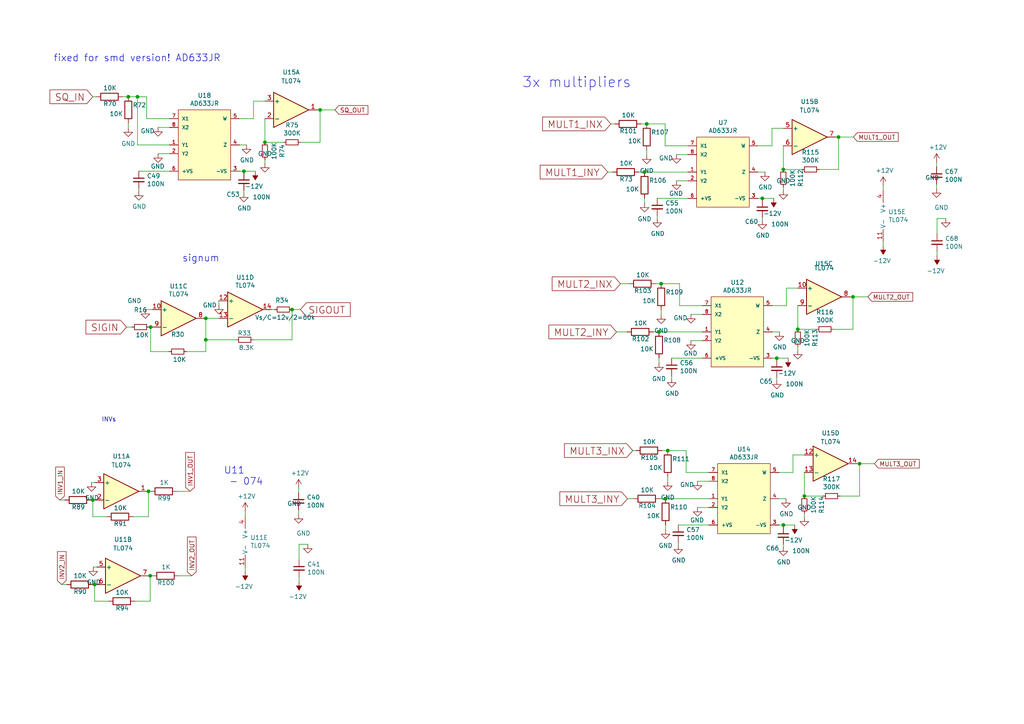
<source format=kicad_sch>
(kicad_sch (version 20211123) (generator eeschema)
  (paper "A4")
  (lib_symbols
    (symbol "Amplifier_Operational:TL074" (pin_names (offset 0.127))
      (property "Reference" "U" (at 0 5.08 0))
      (property "Value" "TL074" (at 0 -5.08 0))
      (symbol "TL074_1_1"
        (polyline (pts (xy -5.08 5.08) (xy 5.08 0) (xy -5.08 -5.08) (xy -5.08 5.08)) (stroke (width 0.254)) (fill (type background)))
        (pin output line (at 7.62 0 180) (length 2.54) (name "~") (number "1"))
        (pin input line (at -7.62 -2.54 0) (length 2.54) (name "-") (number "2"))
        (pin input line (at -7.62 2.54 0) (length 2.54) (name "+") (number "3"))
      )
      (symbol "TL074_2_1"
        (polyline (pts (xy -5.08 5.08) (xy 5.08 0) (xy -5.08 -5.08) (xy -5.08 5.08)) (stroke (width 0.254)) (fill (type background)))
        (pin input line (at -7.62 2.54 0) (length 2.54) (name "+") (number "5"))
        (pin input line (at -7.62 -2.54 0) (length 2.54) (name "-") (number "6"))
        (pin output line (at 7.62 0 180) (length 2.54) (name "~") (number "7"))
      )
      (symbol "TL074_3_1"
        (polyline (pts (xy -5.08 5.08) (xy 5.08 0) (xy -5.08 -5.08) (xy -5.08 5.08)) (stroke (width 0.254)) (fill (type background)))
        (pin input line (at -7.62 2.54 0) (length 2.54) (name "+") (number "10"))
        (pin output line (at 7.62 0 180) (length 2.54) (name "~") (number "8"))
        (pin input line (at -7.62 -2.54 0) (length 2.54) (name "-") (number "9"))
      )
      (symbol "TL074_4_1"
        (polyline (pts (xy -5.08 5.08) (xy 5.08 0) (xy -5.08 -5.08) (xy -5.08 5.08)) (stroke (width 0.254)) (fill (type background)))
        (pin input line (at -7.62 2.54 0) (length 2.54) (name "+") (number "12"))
        (pin input line (at -7.62 -2.54 0) (length 2.54) (name "-") (number "13"))
        (pin output line (at 7.62 0 180) (length 2.54) (name "~") (number "14"))
      )
      (symbol "TL074_5_1"
        (pin power_in line (at -2.54 -7.62 90) (length 3.81) (name "V-") (number "11"))
        (pin power_in line (at -2.54 7.62 270) (length 3.81) (name "V+") (number "4"))
      )
    )
    (symbol "Device:C_Small" (pin_numbers hide) (pin_names (offset 0.254) hide)
      (property "Reference" "C" (at 0.254 1.778 0))
      (property "Value" "C_Small" (at 0.254 -2.032 0))
      (symbol "C_Small_0_1"
        (polyline (pts (xy -1.524 -0.508) (xy 1.524 -0.508)) (stroke (width 0.3302)))
        (polyline (pts (xy -1.524 0.508) (xy 1.524 0.508)) (stroke (width 0.3048)))
      )
      (symbol "C_Small_1_1"
        (pin passive line (at 0 2.54 270) (length 2.032) (name "~") (number "1"))
        (pin passive line (at 0 -2.54 90) (length 2.032) (name "~") (number "2"))
      )
    )
    (symbol "Device:R" (pin_numbers hide) (pin_names (offset 0))
      (property "Reference" "R" (at 2.032 0 90))
      (property "Value" "R" (at 0 0 90))
      (symbol "R_0_1"
        (rectangle (start -1.016 -2.54) (end 1.016 2.54) (stroke (width 0.254)))
      )
      (symbol "R_1_1"
        (pin passive line (at 0 3.81 270) (length 1.27) (name "~") (number "1"))
        (pin passive line (at 0 -3.81 90) (length 1.27) (name "~") (number "2"))
      )
    )
    (symbol "Device:R_Small" (pin_numbers hide) (pin_names (offset 0.254) hide)
      (property "Reference" "R" (at 0.762 0.508 0))
      (property "Value" "R_Small" (at 0.762 -1.016 0))
      (symbol "R_Small_0_1"
        (rectangle (start -0.762 1.778) (end 0.762 -1.778) (stroke (width 0.2032)))
      )
      (symbol "R_Small_1_1"
        (pin passive line (at 0 2.54 270) (length 0.762) (name "~") (number "1"))
        (pin passive line (at 0 -2.54 90) (length 0.762) (name "~") (number "2"))
      )
    )
    (symbol "power:-12V" (power) (pin_names (offset 0))
      (property "Value" "-12V" (at 0 3.81 0))
      (symbol "-12V_0_0"
        (pin power_in line (at 0 0 90) (length 0) hide (name "-12V") (number "1"))
      )
      (symbol "-12V_0_1"
        (polyline (pts (xy 0 0) (xy 0 1.27) (xy 0.762 1.27) (xy 0 2.54) (xy -0.762 1.27) (xy 0 1.27)) (fill (type outline)))
      )
    )
    (symbol "power:GND" (power) (pin_names (offset 0))
      (property "Value" "GND" (at 0 -3.81 0))
      (symbol "GND_0_1"
        (polyline (pts (xy 0 0) (xy 0 -1.27) (xy 1.27 -1.27) (xy 0 -2.54) (xy -1.27 -1.27) (xy 0 -1.27)))
      )
      (symbol "GND_1_1"
        (pin power_in line (at 0 0 270) (length 0) hide (name "GND") (number "1"))
      )
    )
    (symbol "toad2-rescue:+12V-power-allcolours_analogue-rescue" (power) (pin_names (offset 0))
      (property "Value" "+12V-power-allcolours_analogue-rescue" (at 0 3.556 0))
      (symbol "+12V-power-allcolours_analogue-rescue_0_1"
        (polyline (pts (xy -0.762 1.27) (xy 0 2.54)))
        (polyline (pts (xy 0 0) (xy 0 2.54)))
        (polyline (pts (xy 0 2.54) (xy 0.762 1.27)))
      )
      (symbol "+12V-power-allcolours_analogue-rescue_1_1"
        (pin power_in line (at 0 0 90) (length 0) hide (name "+12V") (number "1"))
      )
    )
    (symbol "toad2-rescue:AD633JR-eec" (pin_names (offset 1.016))
      (property "Reference" "U" (at 0 5.08 0))
      (property "Value" "AD633JR-eec" (at 0 7.62 0))
      (symbol "AD633JR-eec_1_1"
        (rectangle (start 5.08 2.54) (end 20.32 -17.78) (fill (type background)))
        (pin passive line (at 2.54 -7.62 0) (length 2.54) (name "Y1") (number "1"))
        (pin passive line (at 2.54 -10.16 0) (length 2.54) (name "Y2") (number "2"))
        (pin passive line (at 22.86 -15.24 180) (length 2.54) (name "-VS") (number "3"))
        (pin passive line (at 22.86 -7.62 180) (length 2.54) (name "Z") (number "4"))
        (pin passive line (at 22.86 0 180) (length 2.54) (name "W") (number "5"))
        (pin passive line (at 2.54 -15.24 0) (length 2.54) (name "+VS") (number "6"))
        (pin passive line (at 2.54 0 0) (length 2.54) (name "X1") (number "7"))
        (pin passive line (at 2.54 -2.54 0) (length 2.54) (name "X2") (number "8"))
      )
    )
  )
  (junction (at 243.205 39.751))
  (junction (at 187.579 35.941))
  (junction (at 76.835 41.275))
  (junction (at 186.944 49.911))
  (junction (at 43.561 167.005))
  (junction (at 43.053 142.494))
  (junction (at 191.77 82.296))
  (junction (at 59.69 92.329))
  (junction (at 92.837 31.877))
  (junction (at 227.203 152.273))
  (junction (at 193.675 130.683))
  (junction (at 249.301 134.493))
  (junction (at 221.107 57.531))
  (junction (at 225.298 103.886))
  (junction (at 37.211 28.067))
  (junction (at 43.688 94.869))
  (junction (at 59.69 98.552))
  (junction (at 191.135 96.266))
  (junction (at 27.432 169.545))
  (junction (at 231.394 95.504))
  (junction (at 247.396 86.106))
  (junction (at 26.924 145.034))
  (junction (at 39.878 28.067))
  (junction (at 233.299 143.891))
  (junction (at 84.709 89.789))
  (junction (at 227.203 49.149))
  (junction (at 193.04 144.653))
  (junction (at 70.739 49.657))
  (wire (pts (xy 202.311 147.193) (xy 205.613 147.193)))
  (wire (pts (xy 26.924 145.034) (xy 27.559 145.034)))
  (wire (pts (xy 43.688 101.981) (xy 49.022 101.981)))
  (wire (pts (xy 191.389 144.653) (xy 193.04 144.653)))
  (wire (pts (xy 86.614 141.605) (xy 86.614 142.875)))
  (wire (pts (xy 59.69 98.552) (xy 59.69 101.981)))
  (wire (pts (xy 247.396 95.504) (xy 247.396 86.106)))
  (wire (pts (xy 225.298 109.474) (xy 225.298 110.236)))
  (wire (pts (xy 17.399 145.034) (xy 18.796 145.034)))
  (wire (pts (xy 271.78 63.373) (xy 274.32 63.373)))
  (wire (pts (xy 42.545 34.417) (xy 49.149 34.417)))
  (wire (pts (xy 27.432 174.371) (xy 31.496 174.371)))
  (wire (pts (xy 51.816 167.005) (xy 55.626 167.005)))
  (wire (pts (xy 177.165 35.941) (xy 178.308 35.941)))
  (wire (pts (xy 39.116 174.371) (xy 43.561 174.371)))
  (wire (pts (xy 248.539 134.493) (xy 249.301 134.493)))
  (wire (pts (xy 227.203 54.229) (xy 227.203 55.245)))
  (wire (pts (xy 43.307 94.869) (xy 43.688 94.869)))
  (wire (pts (xy 42.545 28.067) (xy 42.545 34.417)))
  (wire (pts (xy 43.688 94.869) (xy 44.196 94.869)))
  (wire (pts (xy 227.203 49.149) (xy 232.537 49.149)))
  (wire (pts (xy 51.308 142.494) (xy 55.118 142.494)))
  (wire (pts (xy 193.04 144.653) (xy 205.613 144.653)))
  (wire (pts (xy 196.723 157.353) (xy 196.723 158.115)))
  (wire (pts (xy 73.533 29.337) (xy 76.835 29.337)))
  (wire (pts (xy 225.298 103.886) (xy 228.6 103.886)))
  (wire (pts (xy 199.517 44.831) (xy 196.215 44.831)))
  (wire (pts (xy 45.847 44.577) (xy 49.149 44.577)))
  (wire (pts (xy 205.613 152.273) (xy 196.723 152.273)))
  (wire (pts (xy 223.901 37.211) (xy 227.203 37.211)))
  (wire (pts (xy 26.924 169.545) (xy 27.432 169.545)))
  (wire (pts (xy 63.5 87.249) (xy 63.5 88.519)))
  (wire (pts (xy 186.944 49.911) (xy 199.517 49.911)))
  (wire (pts (xy 189.484 96.266) (xy 191.135 96.266)))
  (wire (pts (xy 87.249 41.275) (xy 92.837 41.275)))
  (wire (pts (xy 43.561 167.005) (xy 44.196 167.005)))
  (wire (pts (xy 228.092 88.646) (xy 228.092 83.566)))
  (wire (pts (xy 186.944 57.531) (xy 186.944 58.928)))
  (wire (pts (xy 73.533 98.552) (xy 84.709 98.552)))
  (wire (pts (xy 233.299 148.971) (xy 233.299 149.987)))
  (wire (pts (xy 231.394 95.504) (xy 236.728 95.504)))
  (wire (pts (xy 86.741 167.386) (xy 86.741 168.656)))
  (wire (pts (xy 92.837 41.275) (xy 92.837 31.877)))
  (wire (pts (xy 38.227 94.869) (xy 36.703 94.869)))
  (wire (pts (xy 92.837 31.877) (xy 97.155 31.877)))
  (wire (pts (xy 199.009 137.033) (xy 205.613 137.033)))
  (wire (pts (xy 199.009 130.683) (xy 199.009 137.033)))
  (wire (pts (xy 194.818 108.966) (xy 194.818 109.728)))
  (wire (pts (xy 43.053 149.86) (xy 43.053 142.494)))
  (wire (pts (xy 176.276 49.911) (xy 177.673 49.911)))
  (wire (pts (xy 43.688 94.869) (xy 43.688 101.981)))
  (wire (pts (xy 271.78 67.818) (xy 271.78 63.373)))
  (wire (pts (xy 224.028 88.646) (xy 228.092 88.646)))
  (wire (pts (xy 84.709 89.789) (xy 87.122 89.789)))
  (wire (pts (xy 70.739 55.245) (xy 70.739 56.007)))
  (wire (pts (xy 205.613 139.573) (xy 202.311 139.573)))
  (wire (pts (xy 203.708 91.186) (xy 200.406 91.186)))
  (wire (pts (xy 190.627 62.611) (xy 190.627 63.373)))
  (wire (pts (xy 196.215 52.451) (xy 199.517 52.451)))
  (wire (pts (xy 225.933 137.033) (xy 229.997 137.033)))
  (wire (pts (xy 43.053 142.494) (xy 43.688 142.494)))
  (wire (pts (xy 197.104 88.646) (xy 203.708 88.646)))
  (wire (pts (xy 221.107 57.531) (xy 224.409 57.531)))
  (wire (pts (xy 192.913 35.941) (xy 192.913 42.291)))
  (wire (pts (xy 199.517 57.531) (xy 190.627 57.531)))
  (wire (pts (xy 39.878 42.037) (xy 49.149 42.037)))
  (wire (pts (xy 179.959 82.296) (xy 182.499 82.296)))
  (wire (pts (xy 76.835 46.355) (xy 76.835 47.371)))
  (wire (pts (xy 39.878 28.067) (xy 39.878 42.037)))
  (wire (pts (xy 243.205 39.751) (xy 247.523 39.751)))
  (wire (pts (xy 59.69 92.329) (xy 59.69 98.552)))
  (wire (pts (xy 185.293 49.911) (xy 186.944 49.911)))
  (wire (pts (xy 219.837 42.291) (xy 223.901 42.291)))
  (wire (pts (xy 246.634 86.106) (xy 247.396 86.106)))
  (wire (pts (xy 231.394 88.646) (xy 231.394 95.504)))
  (wire (pts (xy 43.307 167.005) (xy 43.561 167.005)))
  (wire (pts (xy 26.416 145.034) (xy 26.924 145.034)))
  (wire (pts (xy 76.835 34.417) (xy 76.835 41.275)))
  (wire (pts (xy 193.04 152.273) (xy 193.04 153.67)))
  (wire (pts (xy 247.396 86.106) (xy 251.714 86.106)))
  (wire (pts (xy 49.149 49.657) (xy 40.259 49.657)))
  (wire (pts (xy 243.713 143.891) (xy 249.301 143.891)))
  (wire (pts (xy 224.028 103.886) (xy 225.298 103.886)))
  (wire (pts (xy 27.432 169.545) (xy 27.432 174.371)))
  (wire (pts (xy 191.77 89.916) (xy 191.77 91.313)))
  (wire (pts (xy 17.907 169.545) (xy 19.304 169.545)))
  (wire (pts (xy 86.741 162.306) (xy 86.741 157.861)))
  (wire (pts (xy 59.69 98.552) (xy 68.453 98.552)))
  (wire (pts (xy 86.741 157.861) (xy 89.281 157.861)))
  (wire (pts (xy 39.878 28.067) (xy 42.545 28.067)))
  (wire (pts (xy 249.301 134.493) (xy 253.619 134.493)))
  (wire (pts (xy 241.808 95.504) (xy 247.396 95.504)))
  (wire (pts (xy 54.102 101.981) (xy 59.69 101.981)))
  (wire (pts (xy 225.933 152.273) (xy 227.203 152.273)))
  (wire (pts (xy 183.515 130.683) (xy 184.404 130.683)))
  (wire (pts (xy 86.614 147.955) (xy 86.614 149.225)))
  (wire (pts (xy 69.469 42.037) (xy 71.501 42.037)))
  (wire (pts (xy 203.708 103.886) (xy 194.818 103.886)))
  (wire (pts (xy 237.617 49.149) (xy 243.205 49.149)))
  (wire (pts (xy 227.203 157.861) (xy 227.203 158.623)))
  (wire (pts (xy 59.436 92.329) (xy 59.69 92.329)))
  (wire (pts (xy 92.075 31.877) (xy 92.837 31.877)))
  (wire (pts (xy 242.443 39.751) (xy 243.205 39.751)))
  (wire (pts (xy 40.259 54.737) (xy 40.259 55.499)))
  (wire (pts (xy 27.432 169.545) (xy 28.067 169.545)))
  (wire (pts (xy 256.159 53.848) (xy 256.159 54.991)))
  (wire (pts (xy 191.77 82.296) (xy 197.104 82.296)))
  (wire (pts (xy 71.12 164.719) (xy 71.12 165.735)))
  (wire (pts (xy 271.78 72.898) (xy 271.78 74.168)))
  (wire (pts (xy 193.675 138.303) (xy 193.675 139.7)))
  (wire (pts (xy 185.928 35.941) (xy 187.579 35.941)))
  (wire (pts (xy 256.159 70.231) (xy 256.159 71.247)))
  (wire (pts (xy 243.205 49.149) (xy 243.205 39.751)))
  (wire (pts (xy 233.299 143.891) (xy 238.633 143.891)))
  (wire (pts (xy 249.301 143.891) (xy 249.301 134.493)))
  (wire (pts (xy 26.924 149.86) (xy 30.988 149.86)))
  (wire (pts (xy 35.56 28.067) (xy 37.211 28.067)))
  (wire (pts (xy 69.469 49.657) (xy 70.739 49.657)))
  (wire (pts (xy 228.092 83.566) (xy 231.394 83.566)))
  (wire (pts (xy 26.924 145.034) (xy 26.924 149.86)))
  (wire (pts (xy 78.74 89.789) (xy 79.629 89.789)))
  (wire (pts (xy 70.739 49.657) (xy 70.739 50.165)))
  (wire (pts (xy 73.533 34.417) (xy 73.533 29.337)))
  (wire (pts (xy 200.406 98.806) (xy 203.708 98.806)))
  (wire (pts (xy 43.561 174.371) (xy 43.561 167.005)))
  (wire (pts (xy 178.816 96.266) (xy 181.864 96.266)))
  (wire (pts (xy 76.835 41.275) (xy 82.169 41.275)))
  (wire (pts (xy 71.12 148.336) (xy 71.12 149.479)))
  (wire (pts (xy 233.299 137.033) (xy 233.299 143.891)))
  (wire (pts (xy 193.675 130.683) (xy 199.009 130.683)))
  (wire (pts (xy 223.901 42.291) (xy 223.901 37.211)))
  (wire (pts (xy 227.203 152.273) (xy 230.505 152.273)))
  (wire (pts (xy 37.211 35.687) (xy 37.211 37.084)))
  (wire (pts (xy 187.579 43.561) (xy 187.579 44.958)))
  (wire (pts (xy 197.104 82.296) (xy 197.104 88.646)))
  (wire (pts (xy 42.799 142.494) (xy 43.053 142.494)))
  (wire (pts (xy 190.119 82.296) (xy 191.77 82.296)))
  (wire (pts (xy 224.028 96.266) (xy 226.06 96.266)))
  (wire (pts (xy 70.739 49.657) (xy 74.041 49.657)))
  (wire (pts (xy 192.913 42.291) (xy 199.517 42.291)))
  (wire (pts (xy 219.837 49.911) (xy 221.869 49.911)))
  (wire (pts (xy 69.469 34.417) (xy 73.533 34.417)))
  (wire (pts (xy 26.543 139.954) (xy 27.559 139.954)))
  (wire (pts (xy 229.997 137.033) (xy 229.997 131.953)))
  (wire (pts (xy 231.394 100.584) (xy 231.394 101.6)))
  (wire (pts (xy 84.709 98.552) (xy 84.709 89.789)))
  (wire (pts (xy 225.933 144.653) (xy 227.965 144.653)))
  (wire (pts (xy 221.107 63.119) (xy 221.107 63.881)))
  (wire (pts (xy 221.107 57.531) (xy 221.107 58.039)))
  (wire (pts (xy 49.149 36.957) (xy 45.847 36.957)))
  (wire (pts (xy 225.298 103.886) (xy 225.298 104.394)))
  (wire (pts (xy 27.051 164.465) (xy 28.067 164.465)))
  (wire (pts (xy 191.135 103.886) (xy 191.135 105.283)))
  (wire (pts (xy 59.69 92.329) (xy 63.5 92.329)))
  (wire (pts (xy 38.608 149.86) (xy 43.053 149.86)))
  (wire (pts (xy 219.837 57.531) (xy 221.107 57.531)))
  (wire (pts (xy 227.203 152.273) (xy 227.203 152.781)))
  (wire (pts (xy 227.203 42.291) (xy 227.203 49.149)))
  (wire (pts (xy 181.991 144.653) (xy 183.769 144.653)))
  (wire (pts (xy 271.653 53.467) (xy 271.653 54.737)))
  (wire (pts (xy 271.653 47.117) (xy 271.653 48.387)))
  (wire (pts (xy 42.164 89.789) (xy 44.196 89.789)))
  (wire (pts (xy 26.924 28.067) (xy 27.94 28.067)))
  (wire (pts (xy 192.024 130.683) (xy 193.675 130.683)))
  (wire (pts (xy 187.579 35.941) (xy 192.913 35.941)))
  (wire (pts (xy 229.997 131.953) (xy 233.299 131.953)))
  (wire (pts (xy 37.211 28.067) (xy 39.878 28.067)))
  (wire (pts (xy 191.135 96.266) (xy 203.708 96.266)))
  (text "U11\n - 074\n" (at 64.897 140.97 0) (effects (font (size 2.0066 2.0066)) (justify left bottom)))
  (text "" (at 179.578 45.466 0) (effects (font (size 1.27 1.27)) (justify left bottom)))
  (text "" (at 185.674 140.208 0) (effects (font (size 1.27 1.27)) (justify left bottom)))
  (text "" (at 29.21 37.592 0) (effects (font (size 1.27 1.27)) (justify left bottom)))
  (text "3x multipliers\n" (at 151.384 25.781 0) (effects (font (size 2.9972 2.9972)) (justify left bottom)))
  (text "" (at 185.039 154.178 0) (effects (font (size 1.27 1.27)) (justify left bottom)))
  (text "" (at 183.769 91.821 0) (effects (font (size 1.27 1.27)) (justify left bottom)))
  (text "" (at 183.134 105.791 0) (effects (font (size 1.27 1.27)) (justify left bottom)))
  (text "" (at 178.943 59.436 0) (effects (font (size 1.27 1.27)) (justify left bottom)))
  (text "INVs\n" (at 29.464 122.555 0) (effects (font (size 1.27 1.27)) (justify left bottom)))
  (text "fixed for smd version! AD633JR" (at 15.494 18.161 0) (effects (font (size 2.0066 2.0066)) (justify left bottom)))
  (text "signum		" (at 52.832 76.2 0) (effects (font (size 2 2)) (justify left bottom)))
  (global_label "MULT2_INX" (shape input) (at 179.959 82.296 180) (effects (font (size 2.0066 2.0066))) (property "Intersheet References" "${INTERSHEET_REFS}" (effects hide)))
  (global_label "INV1_IN" (shape input) (at 17.399 145.034 90) (property "Intersheet References" "${INTERSHEET_REFS}" (effects hide)))
  (global_label "MULT1_OUT" (shape input) (at 247.523 39.751 0) (property "Intersheet References" "${INTERSHEET_REFS}" (effects hide)))
  (global_label "SQ_IN" (shape input) (at 26.924 28.067 180) (effects (font (size 2.0066 2.0066))) (property "Intersheet References" "${INTERSHEET_REFS}" (effects hide)))
  (global_label "INV2_OUT" (shape input) (at 55.626 167.005 90) (property "Intersheet References" "${INTERSHEET_REFS}" (effects hide)))
  (global_label "MULT3_INX" (shape input) (at 183.515 130.683 180) (effects (font (size 2.0066 2.0066))) (property "Intersheet References" "${INTERSHEET_REFS}" (effects hide)))
  (global_label "MULT2_OUT" (shape input) (at 251.714 86.106 0) (property "Intersheet References" "${INTERSHEET_REFS}" (effects hide)))
  (global_label "SIGOUT" (shape input) (at 87.122 89.789 0) (effects (font (size 2.0066 2.0066))) (property "Intersheet References" "${INTERSHEET_REFS}" (effects hide)))
  (global_label "SQ_OUT" (shape input) (at 97.155 31.877 0) (property "Intersheet References" "${INTERSHEET_REFS}" (effects hide)))
  (global_label "MULT2_INY" (shape input) (at 178.816 96.266 180) (effects (font (size 2.0066 2.0066))) (property "Intersheet References" "${INTERSHEET_REFS}" (effects hide)))
  (global_label "INV1_OUT" (shape input) (at 55.118 142.494 90) (property "Intersheet References" "${INTERSHEET_REFS}" (effects hide)))
  (global_label "SIGIN" (shape input) (at 36.703 94.869 180) (effects (font (size 2.0066 2.0066))) (property "Intersheet References" "${INTERSHEET_REFS}" (effects hide)))
  (global_label "MULT1_INX" (shape input) (at 177.165 35.941 180) (effects (font (size 2.0066 2.0066))) (property "Intersheet References" "${INTERSHEET_REFS}" (effects hide)))
  (global_label "MULT3_OUT" (shape input) (at 253.619 134.493 0) (property "Intersheet References" "${INTERSHEET_REFS}" (effects hide)))
  (global_label "INV2_IN" (shape input) (at 17.907 169.545 90) (property "Intersheet References" "${INTERSHEET_REFS}" (effects hide)))
  (global_label "MULT3_INY" (shape input) (at 181.991 144.653 180) (effects (font (size 2.0066 2.0066))) (property "Intersheet References" "${INTERSHEET_REFS}" (effects hide)))
  (global_label "MULT1_INY" (shape input) (at 176.276 49.911 180) (effects (font (size 2.0066 2.0066))) (property "Intersheet References" "${INTERSHEET_REFS}" (effects hide)))
  (symbol (lib_id "power:-12V") (at 256.159 71.247 180) (unit 1)
    (property "Reference" "#PWR0176" (effects hide))
    (property "Value" "-12V" (at 255.778 75.6412 0))
  )
  (symbol (lib_id "Device:R_Small") (at 227.203 51.689 0) (unit 1)
    (property "Reference" "R112" (at 232.1814 51.689 90))
    (property "Value" "100K" (at 229.87 51.689 90))
    (property "Footprint" "Resistor_SMD:R_0805_2012Metric" (effects hide))
  )
  (symbol (lib_id "power:GND") (at 70.739 56.007 0) (unit 1)
    (property "Reference" "#PWR0117" (effects hide))
    (property "Value" "GND" (at 70.866 60.4012 0))
  )
  (symbol (lib_id "Device:R_Small") (at 233.299 146.431 0) (unit 1)
    (property "Reference" "R114" (at 238.2774 146.431 90))
    (property "Value" "100K" (at 235.966 146.431 90))
    (property "Footprint" "Resistor_SMD:R_0805_2012Metric" (effects hide))
  )
  (symbol (lib_id "Device:R") (at 187.579 144.653 90) (unit 1)
    (property "Reference" "R104" (at 187.706 146.685 90))
    (property "Value" "10K" (at 187.706 142.113 90))
    (property "Footprint" "Resistor_SMD:R_0805_2012Metric" (effects hide))
  )
  (symbol (lib_id "power:GND") (at 194.818 109.728 0) (unit 1)
    (property "Reference" "#PWR0140" (effects hide))
    (property "Value" "GND" (at 194.945 114.1222 0))
  )
  (symbol (lib_id "Device:R") (at 181.483 49.911 90) (unit 1)
    (property "Reference" "R73" (at 181.61 51.943 90))
    (property "Value" "10K" (at 181.61 47.371 90))
    (property "Footprint" "Resistor_SMD:R_0805_2012Metric" (effects hide))
  )
  (symbol (lib_id "power:GND") (at 202.311 147.193 0) (unit 1)
    (property "Reference" "#PWR0155" (effects hide))
    (property "Value" "GND" (at 202.184 150.876 0))
  )
  (symbol (lib_id "power:GND") (at 274.32 63.373 0) (unit 1)
    (property "Reference" "#PWR0180" (effects hide))
    (property "Value" "GND" (at 273.05 60.198 0))
  )
  (symbol (lib_id "Device:R") (at 185.674 96.266 90) (unit 1)
    (property "Reference" "R102" (at 185.801 98.298 90))
    (property "Value" "10K" (at 185.801 93.726 90))
    (property "Footprint" "Resistor_SMD:R_0805_2012Metric" (effects hide))
  )
  (symbol (lib_id "power:GND") (at 196.215 52.451 0) (unit 1)
    (property "Reference" "#PWR0146" (effects hide))
    (property "Value" "GND" (at 196.088 56.134 0))
  )
  (symbol (lib_id "power:GND") (at 231.394 101.6 0) (unit 1)
    (property "Reference" "#PWR0173" (effects hide))
    (property "Value" "GND" (at 231.394 98.806 0))
  )
  (symbol (lib_id "toad2-rescue:AD633JR-eec") (at 203.073 137.033 0) (unit 1)
    (property "Reference" "U14" (at 215.773 130.302 0))
    (property "Value" "AD633JR" (at 215.773 132.6134 0))
    (property "Footprint" "Package_SO:SOIC-8_3.9x4.9mm_P1.27mm" (effects hide))
    (property "Datasheet" "http://www.analog.com/media/en/technical-documentation/data-sheets/AD633.pdf" (effects hide))
    (property "Component Link 1 Description" "Manufacturer URL" (effects hide))
    (property "Component Link 1 URL" "http://www.analog.com/en/index.html" (effects hide))
    (property "Component Link 3 Description" "Package Specification" (effects hide))
    (property "Component Link 3 URL" "http://www.analog.com/static/imported-files/packages/PKG_PDF/PDIP(N)/N_8.pdf" (effects hide))
    (property "Datasheet Version" "Rev. K" (effects hide))
    (property "Mounting Technology" "Through Hole" (effects hide))
    (property "Number of Channels" "2" (effects hide))
    (property "Package Description" "8-Pin Plastic Dual In-Line Package, Body 9.59 x 6.6 mm, Pitch 2.54 mm" (effects hide))
    (property "Package Version" "07/2006" (effects hide))
    (property "Packing" "Tube" (effects hide))
    (property "Slew Rate" "20 V/us" (effects hide))
    (property "Supply Current Max" "6 mA" (effects hide))
    (property "Temperature Max" "70 degC" (effects hide))
    (property "Temperature Min" "0 degC" (effects hide))
    (property "category" "IC" (effects hide))
    (property "library id" "82579f909b82c26c" (effects hide))
    (property "manufacturer" "Analog Devices" (effects hide))
    (property "package" "MS-001" (effects hide))
    (property "vault revision" "D70804D2-C31E-4A78-88FF-EDD09AD4FF7C" (effects hide))
    (property "imported" "yes" (effects hide))
  )
  (symbol (lib_id "Device:R") (at 191.77 86.106 0) (unit 1)
    (property "Reference" "R109" (at 193.04 84.709 0) (effects (justify left)))
    (property "Value" "10K" (at 186.309 87.249 0) (effects (justify left)))
    (property "Footprint" "Resistor_SMD:R_0805_2012Metric" (effects hide))
  )
  (symbol (lib_id "Device:C_Small") (at 40.259 52.197 0) (unit 1)
    (property "Reference" "C49" (at 42.5958 51.0286 0) (effects (justify left)))
    (property "Value" "100N" (at 42.5958 53.34 0) (effects (justify left)))
    (property "Footprint" "Capacitor_SMD:C_0805_2012Metric" (effects hide))
  )
  (symbol (lib_id "power:GND") (at 191.77 91.313 0) (unit 1)
    (property "Reference" "#PWR0134" (effects hide))
    (property "Value" "GND" (at 191.77 95.885 0))
  )
  (symbol (lib_id "power:-12V") (at 86.741 168.656 180) (unit 1)
    (property "Reference" "#PWR067" (effects hide))
    (property "Value" "-12V" (at 86.36 173.0502 0))
  )
  (symbol (lib_id "Device:R") (at 187.579 39.751 0) (unit 1)
    (property "Reference" "R107" (at 188.849 38.354 0) (effects (justify left)))
    (property "Value" "10K" (at 182.118 40.894 0) (effects (justify left)))
    (property "Footprint" "Resistor_SMD:R_0805_2012Metric" (effects hide))
  )
  (symbol (lib_id "Device:R") (at 188.214 130.683 90) (unit 1)
    (property "Reference" "R105" (at 188.341 132.715 90))
    (property "Value" "10K" (at 188.341 128.143 90))
    (property "Footprint" "Resistor_SMD:R_0805_2012Metric" (effects hide))
  )
  (symbol (lib_id "Device:C_Small") (at 221.107 60.579 0) (unit 1)
    (property "Reference" "C60" (at 216.027 64.262 0) (effects (justify left)))
    (property "Value" "100N" (at 223.647 65.024 0) (effects (justify left)))
    (property "Footprint" "Capacitor_SMD:C_0805_2012Metric" (effects hide))
  )
  (symbol (lib_id "Device:R") (at 186.309 82.296 90) (unit 1)
    (property "Reference" "R103" (at 186.436 84.328 90))
    (property "Value" "10K" (at 186.436 79.756 90))
    (property "Footprint" "Resistor_SMD:R_0805_2012Metric" (effects hide))
  )
  (symbol (lib_id "Device:C_Small") (at 86.614 145.415 0) (unit 1)
    (property "Reference" "C40" (at 88.9508 144.2466 0) (effects (justify left)))
    (property "Value" "100N" (at 88.9508 146.558 0) (effects (justify left)))
    (property "Footprint" "Capacitor_SMD:C_0805_2012Metric" (effects hide))
  )
  (symbol (lib_id "toad2-rescue:AD633JR-eec") (at 201.168 88.646 0) (unit 1)
    (property "Reference" "U12" (at 213.868 81.915 0))
    (property "Value" "AD633JR" (at 213.868 84.2264 0))
    (property "Footprint" "Package_SO:SOIC-8_3.9x4.9mm_P1.27mm" (effects hide))
    (property "Datasheet" "http://www.analog.com/media/en/technical-documentation/data-sheets/AD633.pdf" (effects hide))
    (property "Component Link 1 Description" "Manufacturer URL" (effects hide))
    (property "Component Link 1 URL" "http://www.analog.com/en/index.html" (effects hide))
    (property "Component Link 3 Description" "Package Specification" (effects hide))
    (property "Component Link 3 URL" "http://www.analog.com/static/imported-files/packages/PKG_PDF/PDIP(N)/N_8.pdf" (effects hide))
    (property "Datasheet Version" "Rev. K" (effects hide))
    (property "Mounting Technology" "Through Hole" (effects hide))
    (property "Number of Channels" "2" (effects hide))
    (property "Package Description" "8-Pin Plastic Dual In-Line Package, Body 9.59 x 6.6 mm, Pitch 2.54 mm" (effects hide))
    (property "Package Version" "07/2006" (effects hide))
    (property "Packing" "Tube" (effects hide))
    (property "Slew Rate" "20 V/us" (effects hide))
    (property "Supply Current Max" "6 mA" (effects hide))
    (property "Temperature Max" "70 degC" (effects hide))
    (property "Temperature Min" "0 degC" (effects hide))
    (property "category" "IC" (effects hide))
    (property "library id" "82579f909b82c26c" (effects hide))
    (property "manufacturer" "Analog Devices" (effects hide))
    (property "package" "MS-001" (effects hide))
    (property "vault revision" "D70804D2-C31E-4A78-88FF-EDD09AD4FF7C" (effects hide))
    (property "imported" "yes" (effects hide))
  )
  (symbol (lib_id "Device:R") (at 37.211 31.877 0) (unit 1)
    (property "Reference" "R72" (at 38.481 30.48 0) (effects (justify left)))
    (property "Value" "10K" (at 31.75 33.02 0) (effects (justify left)))
    (property "Footprint" "Resistor_SMD:R_0805_2012Metric" (effects hide))
  )
  (symbol (lib_id "Device:R_Small") (at 241.173 143.891 90) (unit 1)
    (property "Reference" "R117" (at 241.173 138.9126 90))
    (property "Value" "300K" (at 241.173 141.224 90))
    (property "Footprint" "Resistor_SMD:R_0805_2012Metric" (effects hide))
  )
  (symbol (lib_id "Device:R") (at 186.944 53.721 0) (unit 1)
    (property "Reference" "R106" (at 188.214 52.324 0) (effects (justify left)))
    (property "Value" "10K" (at 181.483 54.864 0) (effects (justify left)))
    (property "Footprint" "Resistor_SMD:R_0805_2012Metric" (effects hide))
  )
  (symbol (lib_id "power:-12V") (at 71.12 165.735 180) (unit 1)
    (property "Reference" "#PWR064" (effects hide))
    (property "Value" "-12V" (at 70.739 170.1292 0))
  )
  (symbol (lib_id "power:GND") (at 63.5 88.519 0) (unit 1)
    (property "Reference" "#PWR061" (effects hide))
    (property "Value" "GND" (at 60.833 88.519 0))
  )
  (symbol (lib_id "power:GND") (at 221.107 63.881 0) (unit 1)
    (property "Reference" "#PWR0163" (effects hide))
    (property "Value" "GND" (at 221.234 68.2752 0))
  )
  (symbol (lib_id "toad2-rescue:+12V-power-allcolours_analogue-rescue") (at 86.614 141.605 0) (unit 1)
    (property "Reference" "#PWR065" (effects hide))
    (property "Value" "+12V-power" (at 86.995 137.2108 0))
  )
  (symbol (lib_id "power:GND") (at 27.051 164.465 0) (unit 1)
    (property "Reference" "#PWR074" (effects hide))
    (property "Value" "GND" (at 27.178 168.8592 0))
  )
  (symbol (lib_id "Amplifier_Operational:TL074") (at 84.455 31.877 0) (unit 1)
    (property "Reference" "U15" (at 84.455 20.955 0))
    (property "Value" "TL074" (at 84.455 23.495 0))
    (property "Footprint" "Package_SO:SOIC-14_3.9x8.7mm_P1.27mm" (effects hide))
    (property "Datasheet" "http://www.ti.com/lit/ds/symlink/tl071.pdf" (effects hide))
  )
  (symbol (lib_id "power:GND") (at 271.653 54.737 0) (unit 1)
    (property "Reference" "#PWR0178" (effects hide))
    (property "Value" "GND" (at 270.383 51.562 0))
  )
  (symbol (lib_id "Device:R_Small") (at 40.767 94.869 270) (unit 1)
    (property "Reference" "R16" (at 40.767 89.8906 90))
    (property "Value" "10K" (at 41.275 97.155 90))
    (property "Footprint" "Resistor_SMD:R_0805_2012Metric" (effects hide))
  )
  (symbol (lib_id "Device:C_Small") (at 225.298 106.934 0) (unit 1)
    (property "Reference" "C65" (at 220.218 110.617 0) (effects (justify left)))
    (property "Value" "100N" (at 227.838 111.379 0) (effects (justify left)))
    (property "Footprint" "Capacitor_SMD:C_0805_2012Metric" (effects hide))
  )
  (symbol (lib_id "Device:R") (at 47.498 142.494 90) (unit 1)
    (property "Reference" "R99" (at 47.625 144.526 90))
    (property "Value" "1K" (at 47.625 139.954 90))
    (property "Footprint" "Resistor_SMD:R_0805_2012Metric" (effects hide))
  )
  (symbol (lib_id "power:GND") (at 26.543 139.954 0) (unit 1)
    (property "Reference" "#PWR073" (effects hide))
    (property "Value" "GND" (at 26.67 144.3482 0))
  )
  (symbol (lib_id "Device:R") (at 22.606 145.034 90) (unit 1)
    (property "Reference" "R89" (at 22.733 147.066 90))
    (property "Value" "10K" (at 22.733 142.494 90))
    (property "Footprint" "Resistor_SMD:R_0805_2012Metric" (effects hide))
  )
  (symbol (lib_id "toad2-rescue:+12V-power-allcolours_analogue-rescue") (at 271.653 47.117 0) (unit 1)
    (property "Reference" "#PWR0177" (effects hide))
    (property "Value" "+12V-power" (at 272.034 42.7228 0))
  )
  (symbol (lib_id "power:GND") (at 225.298 110.236 0) (unit 1)
    (property "Reference" "#PWR0164" (effects hide))
    (property "Value" "GND" (at 225.425 114.6302 0))
  )
  (symbol (lib_id "power:GND") (at 193.04 153.67 0) (unit 1)
    (property "Reference" "#PWR0135" (effects hide))
    (property "Value" "GND" (at 193.04 158.242 0))
  )
  (symbol (lib_id "power:GND") (at 226.06 96.266 0) (unit 1)
    (property "Reference" "#PWR0166" (effects hide))
    (property "Value" "GND" (at 226.187 100.6602 0))
  )
  (symbol (lib_id "Device:C_Small") (at 70.739 52.705 0) (unit 1)
    (property "Reference" "C53" (at 65.659 56.388 0) (effects (justify left)))
    (property "Value" "100N" (at 73.279 57.15 0) (effects (justify left)))
    (property "Footprint" "Capacitor_SMD:C_0805_2012Metric" (effects hide))
  )
  (symbol (lib_id "toad2-rescue:AD633JR-eec") (at 196.977 42.291 0) (unit 1)
    (property "Reference" "U7" (at 209.677 35.56 0))
    (property "Value" "AD633JR" (at 209.677 37.8714 0))
    (property "Footprint" "Package_SO:SOIC-8_3.9x4.9mm_P1.27mm" (effects hide))
    (property "Datasheet" "http://www.analog.com/media/en/technical-documentation/data-sheets/AD633.pdf" (effects hide))
    (property "Component Link 1 Description" "Manufacturer URL" (effects hide))
    (property "Component Link 1 URL" "http://www.analog.com/en/index.html" (effects hide))
    (property "Component Link 3 Description" "Package Specification" (effects hide))
    (property "Component Link 3 URL" "http://www.analog.com/static/imported-files/packages/PKG_PDF/PDIP(N)/N_8.pdf" (effects hide))
    (property "Datasheet Version" "Rev. K" (effects hide))
    (property "Mounting Technology" "Through Hole" (effects hide))
    (property "Number of Channels" "2" (effects hide))
    (property "Package Description" "8-Pin Plastic Dual In-Line Package, Body 9.59 x 6.6 mm, Pitch 2.54 mm" (effects hide))
    (property "Package Version" "07/2006" (effects hide))
    (property "Packing" "Tube" (effects hide))
    (property "Slew Rate" "20 V/us" (effects hide))
    (property "Supply Current Max" "6 mA" (effects hide))
    (property "Temperature Max" "70 degC" (effects hide))
    (property "Temperature Min" "0 degC" (effects hide))
    (property "category" "IC" (effects hide))
    (property "library id" "82579f909b82c26c" (effects hide))
    (property "manufacturer" "Analog Devices" (effects hide))
    (property "package" "MS-001" (effects hide))
    (property "vault revision" "D70804D2-C31E-4A78-88FF-EDD09AD4FF7C" (effects hide))
    (property "imported" "yes" (effects hide))
  )
  (symbol (lib_id "Device:C_Small") (at 227.203 155.321 0) (unit 1)
    (property "Reference" "C66" (at 222.123 159.004 0) (effects (justify left)))
    (property "Value" "100N" (at 229.743 159.766 0) (effects (justify left)))
    (property "Footprint" "Capacitor_SMD:C_0805_2012Metric" (effects hide))
  )
  (symbol (lib_id "Device:R_Small") (at 82.169 89.789 270) (unit 1)
    (property "Reference" "R34" (at 81.788 87.122 90))
    (property "Value" "Vs/C=12v/2=60k" (at 82.677 92.075 90))
    (property "Footprint" "Resistor_SMD:R_0805_2012Metric" (effects hide))
  )
  (symbol (lib_id "power:GND") (at 190.627 63.373 0) (unit 1)
    (property "Reference" "#PWR0137" (effects hide))
    (property "Value" "GND" (at 190.754 67.7672 0))
  )
  (symbol (lib_id "power:GND") (at 40.259 55.499 0) (unit 1)
    (property "Reference" "#PWR0105" (effects hide))
    (property "Value" "GND" (at 40.386 59.8932 0))
  )
  (symbol (lib_id "power:GND") (at 193.675 139.7 0) (unit 1)
    (property "Reference" "#PWR0136" (effects hide))
    (property "Value" "GND" (at 193.675 144.272 0))
  )
  (symbol (lib_id "Device:R") (at 23.114 169.545 90) (unit 1)
    (property "Reference" "R90" (at 23.241 171.577 90))
    (property "Value" "10K" (at 23.241 167.005 90))
    (property "Footprint" "Resistor_SMD:R_0805_2012Metric" (effects hide))
  )
  (symbol (lib_id "power:GND") (at 89.281 157.861 0) (unit 1)
    (property "Reference" "#PWR068" (effects hide))
    (property "Value" "GND" (at 88.011 154.686 0))
  )
  (symbol (lib_id "Device:R_Small") (at 231.394 98.044 0) (unit 1)
    (property "Reference" "R113" (at 236.3724 98.044 90))
    (property "Value" "100K" (at 234.061 98.044 90))
    (property "Footprint" "Resistor_SMD:R_0805_2012Metric" (effects hide))
  )
  (symbol (lib_id "power:GND") (at 202.311 139.573 0) (unit 1)
    (property "Reference" "#PWR0151" (effects hide))
    (property "Value" "GND" (at 199.263 140.589 0))
  )
  (symbol (lib_id "power:GND") (at 76.835 47.371 0) (unit 1)
    (property "Reference" "#PWR0120" (effects hide))
    (property "Value" "GND" (at 76.835 44.577 0))
  )
  (symbol (lib_id "Device:R") (at 191.135 100.076 0) (unit 1)
    (property "Reference" "R108" (at 192.405 98.679 0) (effects (justify left)))
    (property "Value" "10K" (at 185.674 101.219 0) (effects (justify left)))
    (property "Footprint" "Resistor_SMD:R_0805_2012Metric" (effects hide))
  )
  (symbol (lib_id "Device:R_Small") (at 235.077 49.149 90) (unit 1)
    (property "Reference" "R115" (at 235.077 44.1706 90))
    (property "Value" "300K" (at 235.077 46.482 90))
    (property "Footprint" "Resistor_SMD:R_0805_2012Metric" (effects hide))
  )
  (symbol (lib_id "Device:C_Small") (at 271.78 70.358 0) (unit 1)
    (property "Reference" "C68" (at 274.1168 69.1896 0) (effects (justify left)))
    (property "Value" "100N" (at 274.1168 71.501 0) (effects (justify left)))
    (property "Footprint" "Capacitor_SMD:C_0805_2012Metric" (effects hide))
  )
  (symbol (lib_id "power:GND") (at 191.135 105.283 0) (unit 1)
    (property "Reference" "#PWR0131" (effects hide))
    (property "Value" "GND" (at 191.135 109.855 0))
  )
  (symbol (lib_id "power:GND") (at 187.579 44.958 0) (unit 1)
    (property "Reference" "#PWR0130" (effects hide))
    (property "Value" "GND" (at 187.579 49.53 0))
  )
  (symbol (lib_id "power:-12V") (at 74.041 49.657 180) (unit 1)
    (property "Reference" "#PWR0119" (effects hide))
    (property "Value" "-12V" (at 73.66 54.0512 0))
  )
  (symbol (lib_id "power:-12V") (at 224.409 57.531 180) (unit 1)
    (property "Reference" "#PWR0169" (effects hide))
    (property "Value" "-12V" (at 224.028 61.9252 0))
  )
  (symbol (lib_id "Device:R_Small") (at 76.835 43.815 0) (unit 1)
    (property "Reference" "R74" (at 81.8134 43.815 90))
    (property "Value" "100K" (at 79.502 43.815 90))
    (property "Footprint" "Resistor_SMD:R_0805_2012Metric" (effects hide))
  )
  (symbol (lib_id "Device:R") (at 193.04 148.463 0) (unit 1)
    (property "Reference" "R110" (at 194.31 147.066 0) (effects (justify left)))
    (property "Value" "10K" (at 187.579 149.606 0) (effects (justify left)))
    (property "Footprint" "Resistor_SMD:R_0805_2012Metric" (effects hide))
  )
  (symbol (lib_id "power:-12V") (at 271.78 74.168 180) (unit 1)
    (property "Reference" "#PWR0179" (effects hide))
    (property "Value" "-12V" (at 271.399 78.5622 0))
  )
  (symbol (lib_id "Device:R_Small") (at 239.268 95.504 90) (unit 1)
    (property "Reference" "R116" (at 239.268 90.5256 90))
    (property "Value" "300K" (at 239.268 92.837 90))
    (property "Footprint" "Resistor_SMD:R_0805_2012Metric" (effects hide))
  )
  (symbol (lib_id "Amplifier_Operational:TL074") (at 35.179 142.494 0) (unit 1)
    (property "Reference" "U11" (at 35.179 132.334 0))
    (property "Value" "TL074" (at 35.179 134.874 0))
    (property "Footprint" "Package_SO:SOIC-14_3.9x8.7mm_P1.27mm" (effects hide))
    (property "Datasheet" "http://www.ti.com/lit/ds/symlink/tl071.pdf" (effects hide))
  )
  (symbol (lib_id "Device:R") (at 182.118 35.941 90) (unit 1)
    (property "Reference" "R101" (at 182.245 37.973 90))
    (property "Value" "10K" (at 182.245 33.401 90))
    (property "Footprint" "Resistor_SMD:R_0805_2012Metric" (effects hide))
  )
  (symbol (lib_id "power:GND") (at 227.203 55.245 0) (unit 1)
    (property "Reference" "#PWR0172" (effects hide))
    (property "Value" "GND" (at 227.203 52.451 0))
  )
  (symbol (lib_id "power:GND") (at 37.211 37.084 0) (unit 1)
    (property "Reference" "#PWR0104" (effects hide))
    (property "Value" "GND" (at 37.211 41.656 0))
  )
  (symbol (lib_id "Amplifier_Operational:TL074") (at 234.823 39.751 0) (unit 2)
    (property "Reference" "U15" (at 234.823 29.464 0))
    (property "Value" "TL074" (at 234.823 32.004 0))
    (property "Footprint" "Package_SO:SOIC-14_3.9x8.7mm_P1.27mm" (effects hide))
    (property "Datasheet" "http://www.ti.com/lit/ds/symlink/tl071.pdf" (effects hide))
  )
  (symbol (lib_id "Device:R_Small") (at 51.562 101.981 270) (unit 1)
    (property "Reference" "R30" (at 51.562 97.0026 90))
    (property "Value" "10K" (at 52.07 104.267 90))
    (property "Footprint" "Resistor_SMD:R_0805_2012Metric" (effects hide))
  )
  (symbol (lib_id "power:-12V") (at 228.6 103.886 180) (unit 1)
    (property "Reference" "#PWR0170" (effects hide))
    (property "Value" "-12V" (at 228.219 108.2802 0))
  )
  (symbol (lib_id "Amplifier_Operational:TL074") (at 71.12 89.789 0) (unit 4)
    (property "Reference" "U11" (at 71.12 80.4672 0))
    (property "Value" "TL074" (at 71.12 82.7786 0))
    (property "Footprint" "Package_SO:SOIC-14_3.9x8.7mm_P1.27mm" (effects hide))
    (property "Datasheet" "http://www.ti.com/lit/ds/symlink/tl071.pdf" (effects hide))
  )
  (symbol (lib_id "Amplifier_Operational:TL074") (at 258.699 62.611 0) (unit 5)
    (property "Reference" "U15" (at 257.6322 61.4426 0) (effects (justify left)))
    (property "Value" "TL074" (at 257.6322 63.754 0) (effects (justify left)))
    (property "Footprint" "Package_SO:SOIC-14_3.9x8.7mm_P1.27mm" (effects hide))
    (property "Datasheet" "http://www.ti.com/lit/ds/symlink/tl071.pdf" (effects hide))
  )
  (symbol (lib_id "Amplifier_Operational:TL074") (at 51.816 92.329 0) (unit 3)
    (property "Reference" "U11" (at 51.816 83.0072 0))
    (property "Value" "TL074" (at 51.816 85.3186 0))
    (property "Footprint" "Package_SO:SOIC-14_3.9x8.7mm_P1.27mm" (effects hide))
    (property "Datasheet" "http://www.ti.com/lit/ds/symlink/tl071.pdf" (effects hide))
  )
  (symbol (lib_id "power:GND") (at 233.299 149.987 0) (unit 1)
    (property "Reference" "#PWR0174" (effects hide))
    (property "Value" "GND" (at 233.299 147.193 0))
  )
  (symbol (lib_id "power:GND") (at 71.501 42.037 0) (unit 1)
    (property "Reference" "#PWR0118" (effects hide))
    (property "Value" "GND" (at 71.628 46.4312 0))
  )
  (symbol (lib_id "power:GND") (at 196.215 44.831 0) (unit 1)
    (property "Reference" "#PWR0144" (effects hide))
    (property "Value" "GND" (at 193.167 45.847 0))
  )
  (symbol (lib_id "power:GND") (at 227.965 144.653 0) (unit 1)
    (property "Reference" "#PWR0168" (effects hide))
    (property "Value" "GND" (at 228.092 149.0472 0))
  )
  (symbol (lib_id "Device:R") (at 31.75 28.067 90) (unit 1)
    (property "Reference" "R70" (at 31.877 30.099 90))
    (property "Value" "10K" (at 31.877 25.527 90))
    (property "Footprint" "Resistor_SMD:R_0805_2012Metric" (effects hide))
  )
  (symbol (lib_id "Amplifier_Operational:TL074") (at 239.014 86.106 0) (unit 3)
    (property "Reference" "U15" (at 239.014 76.454 0))
    (property "Value" "TL074" (at 239.014 77.724 0))
    (property "Footprint" "Package_SO:SOIC-14_3.9x8.7mm_P1.27mm" (effects hide))
    (property "Datasheet" "http://www.ti.com/lit/ds/symlink/tl071.pdf" (effects hide))
  )
  (symbol (lib_id "power:-12V") (at 230.505 152.273 180) (unit 1)
    (property "Reference" "#PWR0171" (effects hide))
    (property "Value" "-12V" (at 230.124 156.6672 0))
  )
  (symbol (lib_id "power:GND") (at 221.869 49.911 0) (unit 1)
    (property "Reference" "#PWR0165" (effects hide))
    (property "Value" "GND" (at 221.996 54.3052 0))
  )
  (symbol (lib_id "Device:C_Small") (at 196.723 154.813 0) (unit 1)
    (property "Reference" "C57" (at 199.0598 153.6446 0) (effects (justify left)))
    (property "Value" "100N" (at 199.0598 155.956 0) (effects (justify left)))
    (property "Footprint" "Capacitor_SMD:C_0805_2012Metric" (effects hide))
  )
  (symbol (lib_id "Amplifier_Operational:TL074") (at 240.919 134.493 0) (unit 4)
    (property "Reference" "U15" (at 240.919 125.603 0))
    (property "Value" "TL074" (at 240.919 128.143 0))
    (property "Footprint" "Package_SO:SOIC-14_3.9x8.7mm_P1.27mm" (effects hide))
    (property "Datasheet" "http://www.ti.com/lit/ds/symlink/tl071.pdf" (effects hide))
  )
  (symbol (lib_id "power:GND") (at 45.847 36.957 0) (unit 1)
    (property "Reference" "#PWR0106" (effects hide))
    (property "Value" "GND" (at 42.799 37.973 0))
  )
  (symbol (lib_id "Device:C_Small") (at 86.741 164.846 0) (unit 1)
    (property "Reference" "C41" (at 89.0778 163.6776 0) (effects (justify left)))
    (property "Value" "100N" (at 89.0778 165.989 0) (effects (justify left)))
    (property "Footprint" "Capacitor_SMD:C_0805_2012Metric" (effects hide))
  )
  (symbol (lib_id "Device:R") (at 193.675 134.493 0) (unit 1)
    (property "Reference" "R111" (at 194.945 133.096 0) (effects (justify left)))
    (property "Value" "10K" (at 188.214 135.636 0) (effects (justify left)))
    (property "Footprint" "Resistor_SMD:R_0805_2012Metric" (effects hide))
  )
  (symbol (lib_id "toad2-rescue:AD633JR-eec") (at 46.609 34.417 0) (unit 1)
    (property "Reference" "U18" (at 59.309 27.686 0))
    (property "Value" "AD633JR" (at 59.309 29.9974 0))
    (property "Footprint" "Package_SO:SOIC-8_3.9x4.9mm_P1.27mm" (effects hide))
    (property "Datasheet" "http://www.analog.com/media/en/technical-documentation/data-sheets/AD633.pdf" (effects hide))
    (property "Component Link 1 Description" "Manufacturer URL" (effects hide))
    (property "Component Link 1 URL" "http://www.analog.com/en/index.html" (effects hide))
    (property "Component Link 3 Description" "Package Specification" (effects hide))
    (property "Component Link 3 URL" "http://www.analog.com/static/imported-files/packages/PKG_PDF/PDIP(N)/N_8.pdf" (effects hide))
    (property "Datasheet Version" "Rev. K" (effects hide))
    (property "Mounting Technology" "Through Hole" (effects hide))
    (property "Number of Channels" "2" (effects hide))
    (property "Package Description" "8-Pin Plastic Dual In-Line Package, Body 9.59 x 6.6 mm, Pitch 2.54 mm" (effects hide))
    (property "Package Version" "07/2006" (effects hide))
    (property "Packing" "Tube" (effects hide))
    (property "Slew Rate" "20 V/us" (effects hide))
    (property "Supply Current Max" "6 mA" (effects hide))
    (property "Temperature Max" "70 degC" (effects hide))
    (property "Temperature Min" "0 degC" (effects hide))
    (property "category" "IC" (effects hide))
    (property "library id" "82579f909b82c26c" (effects hide))
    (property "manufacturer" "Analog Devices" (effects hide))
    (property "package" "MS-001" (effects hide))
    (property "vault revision" "D70804D2-C31E-4A78-88FF-EDD09AD4FF7C" (effects hide))
    (property "imported" "yes" (effects hide))
  )
  (symbol (lib_id "power:GND") (at 196.723 158.115 0) (unit 1)
    (property "Reference" "#PWR0143" (effects hide))
    (property "Value" "GND" (at 196.85 162.5092 0))
  )
  (symbol (lib_id "power:GND") (at 200.406 98.806 0) (unit 1)
    (property "Reference" "#PWR0150" (effects hide))
    (property "Value" "GND" (at 200.279 102.489 0))
  )
  (symbol (lib_id "Device:C_Small") (at 271.653 50.927 0) (unit 1)
    (property "Reference" "C67" (at 273.9898 49.7586 0) (effects (justify left)))
    (property "Value" "100N" (at 273.9898 52.07 0) (effects (justify left)))
    (property "Footprint" "Capacitor_SMD:C_0805_2012Metric" (effects hide))
  )
  (symbol (lib_id "Amplifier_Operational:TL074") (at 35.687 167.005 0) (unit 2)
    (property "Reference" "U11" (at 35.687 156.464 0))
    (property "Value" "TL074" (at 35.687 159.004 0))
    (property "Footprint" "Package_SO:SOIC-14_3.9x8.7mm_P1.27mm" (effects hide))
    (property "Datasheet" "http://www.ti.com/lit/ds/symlink/tl071.pdf" (effects hide))
  )
  (symbol (lib_id "Device:R") (at 34.798 149.86 90) (unit 1)
    (property "Reference" "R91" (at 34.925 151.892 90))
    (property "Value" "10K" (at 34.925 147.32 90))
    (property "Footprint" "Resistor_SMD:R_0805_2012Metric" (effects hide))
  )
  (symbol (lib_id "power:GND") (at 200.406 91.186 0) (unit 1)
    (property "Reference" "#PWR0149" (effects hide))
    (property "Value" "GND" (at 197.358 92.202 0))
  )
  (symbol (lib_id "Device:C_Small") (at 194.818 106.426 0) (unit 1)
    (property "Reference" "C56" (at 197.1548 105.2576 0) (effects (justify left)))
    (property "Value" "100N" (at 197.1548 107.569 0) (effects (justify left)))
    (property "Footprint" "Capacitor_SMD:C_0805_2012Metric" (effects hide))
  )
  (symbol (lib_id "power:GND") (at 86.614 149.225 0) (unit 1)
    (property "Reference" "#PWR066" (effects hide))
    (property "Value" "GND" (at 85.344 146.05 0))
  )
  (symbol (lib_id "power:GND") (at 227.203 158.623 0) (unit 1)
    (property "Reference" "#PWR0167" (effects hide))
    (property "Value" "GND" (at 227.33 163.0172 0))
  )
  (symbol (lib_id "power:GND") (at 45.847 44.577 0) (unit 1)
    (property "Reference" "#PWR0109" (effects hide))
    (property "Value" "GND" (at 45.72 48.26 0))
  )
  (symbol (lib_id "power:GND") (at 42.164 89.789 0) (unit 1)
    (property "Reference" "#PWR034" (effects hide))
    (property "Value" "GND" (at 38.989 87.249 0))
  )
  (symbol (lib_id "power:GND") (at 186.944 58.928 0) (unit 1)
    (property "Reference" "#PWR0129" (effects hide))
    (property "Value" "GND" (at 186.944 63.5 0))
  )
  (symbol (lib_id "toad2-rescue:+12V-power-allcolours_analogue-rescue") (at 256.159 53.848 0) (unit 1)
    (property "Reference" "#PWR0175" (effects hide))
    (property "Value" "+12V-power" (at 256.54 49.4538 0))
  )
  (symbol (lib_id "Device:R_Small") (at 84.709 41.275 90) (unit 1)
    (property "Reference" "R75" (at 84.709 36.2966 90))
    (property "Value" "300K" (at 84.709 38.608 90))
    (property "Footprint" "Resistor_SMD:R_0805_2012Metric" (effects hide))
  )
  (symbol (lib_id "Device:C_Small") (at 190.627 60.071 0) (unit 1)
    (property "Reference" "C55" (at 192.9638 58.9026 0) (effects (justify left)))
    (property "Value" "100N" (at 192.9638 61.214 0) (effects (justify left)))
    (property "Footprint" "Capacitor_SMD:C_0805_2012Metric" (effects hide))
  )
  (symbol (lib_id "toad2-rescue:+12V-power-allcolours_analogue-rescue") (at 71.12 148.336 0) (unit 1)
    (property "Reference" "#PWR063" (effects hide))
    (property "Value" "+12V-power" (at 71.501 143.9418 0))
  )
  (symbol (lib_id "Device:R") (at 35.306 174.371 90) (unit 1)
    (property "Reference" "R94" (at 35.433 176.403 90))
    (property "Value" "10K" (at 35.433 171.831 90))
    (property "Footprint" "Resistor_SMD:R_0805_2012Metric" (effects hide))
  )
  (symbol (lib_id "Device:R_Small") (at 70.993 98.552 270) (unit 1)
    (property "Reference" "R33" (at 70.866 96.647 90))
    (property "Value" "8.3K" (at 71.501 100.838 90))
    (property "Footprint" "Resistor_SMD:R_0805_2012Metric" (effects hide))
  )
  (symbol (lib_id "Device:R") (at 48.006 167.005 90) (unit 1)
    (property "Reference" "R100" (at 48.133 169.037 90))
    (property "Value" "1K" (at 48.133 164.465 90))
    (property "Footprint" "Resistor_SMD:R_0805_2012Metric" (effects hide))
  )
  (symbol (lib_id "Amplifier_Operational:TL074") (at 73.66 157.099 0) (unit 5)
    (property "Reference" "U11" (at 72.5932 155.9306 0) (effects (justify left)))
    (property "Value" "TL074" (at 72.5932 158.242 0) (effects (justify left)))
    (property "Footprint" "Package_SO:SOIC-14_3.9x8.7mm_P1.27mm" (effects hide))
    (property "Datasheet" "http://www.ti.com/lit/ds/symlink/tl071.pdf" (effects hide))
  )
)
</source>
